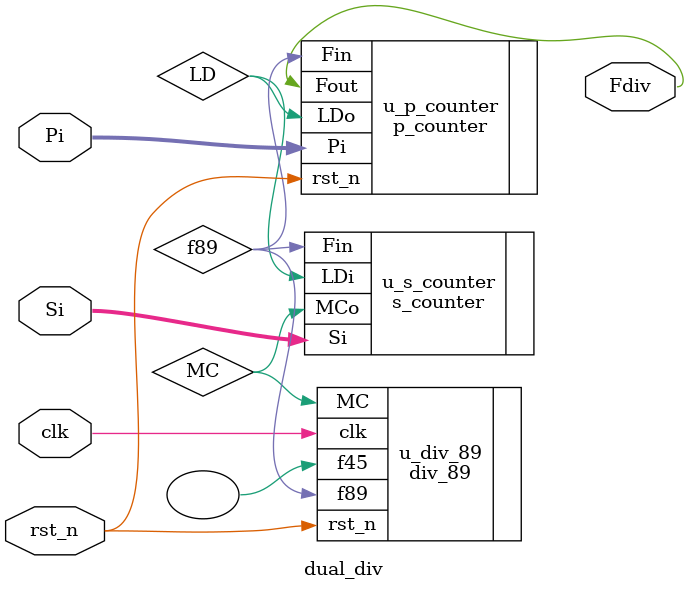
<source format=v>
`timescale  1ns / 1ps

module dual_div #(
    parameter P_WIDTH = 5,
    parameter S_WIDTH = 3
) (
    input wire clk,
    input wire rst_n,
    input wire [S_WIDTH-1:0] Si,
    input wire [P_WIDTH-1:0] Pi,

    output wire Fdiv
);

    wire  f89;
    wire  MC;
    wire  LD;

    div_89  u_div_89 (
        .clk                     ( clk     ),
        .rst_n                   ( rst_n   ),
        .MC                      ( MC      ),

        .f45                     (         ),
        .f89                     ( f89     )
    );

    p_counter #(
        .WIDTH ( P_WIDTH ))
    u_p_counter (
        .rst_n                   ( rst_n   ),
        .Fin                     ( f89     ),
        .Pi                      ( Pi      ),

        .Fout                    ( Fdiv    ),
        .LDo                     ( LD      )
    );

    s_counter #(
        .WIDTH ( S_WIDTH ))
    u_s_counter (
        .Fin                     ( f89   ),
        .Si                      ( Si    ),
        .LDi                     ( LD    ),

        .MCo                     ( MC    )
    );

endmodule
</source>
